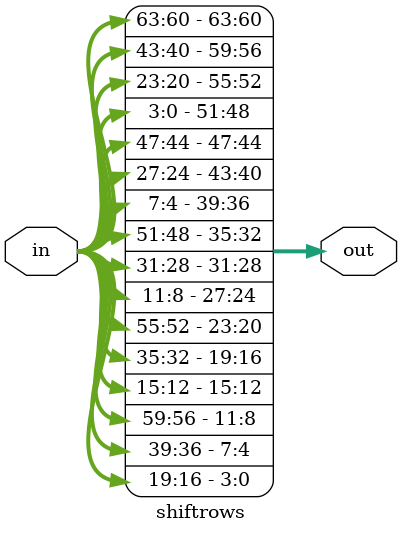
<source format=v>
`timescale 1ns / 1ps
/*
* -----------------------------------------------------------------
* AUTHOR  : Nicolai Müller (nicolai.mueller@rub.de)
* DOCUMENT: "Low-Latency Hardware Masking of PRINCE" (COSADE 2021)
* -----------------------------------------------------------------
*
* Copyright (c) 2021, Nicolai Müller
*
* All rights reserved.
*
* THIS SOFTWARE IS PROVIDED BY THE COPYRIGHT HOLDERS AND CONTRIBUTORS "AS IS" AND
* ANY EXPRESS OR IMPLIED WARRANTIES, INCLUDING, BUT NOT LIMITED TO, THE IMPLIED
* WARRANTIES OF MERCHANTABILITY AND FITNESS FOR A PARTICULAR PURPOSE ARE
* DISCLAIMED. IN NO EVENT SHALL THE COPYRIGHT HOLDER OR CONTRIBUTERS BE LIABLE FOR ANY
* DIRECT, INDIRECT, INCIDENTAL, SPECIAL, EXEMPLARY, OR CONSEQUENTIAL DAMAGES
* (INCLUDING, BUT NOT LIMITED TO, PROCUREMENT OF SUBSTITUTE GOODS OR SERVICES;
* LOSS OF USE, DATA, OR PROFITS; OR BUSINESS INTERRUPTION) HOWEVER CAUSED AND
* ON ANY THEORY OF LIABILITY, WHETHER IN CONTRACT, STRICT LIABILITY, OR TORT
* (INCLUDING NEGLIGENCE OR OTHERWISE) ARISING IN ANY WAY OUT OF THE USE OF THIS
* SOFTWARE, EVEN IF ADVISED OF THE POSSIBILITY OF SUCH DAMAGE.
*
* Please see LICENSE and README for license and further instructions.
*/

module shiftrows(
    input [63:0] in,
    output [63:0] out
    );
    
    assign out[3:0] = in[19:16];
    assign out[7:4] = in[39:36];
    assign out[11:8] = in[59:56];
    assign out[15:12] = in[15:12];
    
    assign out[19:16] = in[35:32];
    assign out[23:20] = in[55:52];
    assign out[27:24] = in[11:8];
    assign out[31:28] = in[31:28];
    
    assign out[35:32] = in[51:48];
    assign out[39:36] = in[7:4];
    assign out[43:40] = in[27:24];
    assign out[47:44] = in[47:44];
    
    assign out[51:48] = in[3:0];
    assign out[55:52] = in[23:20];
    assign out[59:56] = in[43:40];
    assign out[63:60] = in[63:60];

endmodule

</source>
